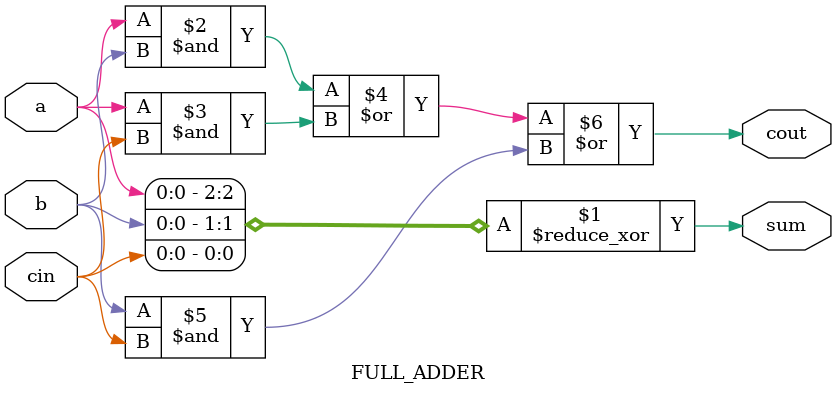
<source format=v>
`ifndef _FULL_ADDER
`define _FULL_ADDER


module FULL_ADDER(sum, cout, a, b, cin);
	input a, b, cin;
	output sum, cout;

	assign sum = ^{a,b,cin};
	assign cout = a&b | a&cin | b&cin;
endmodule


`endif
</source>
